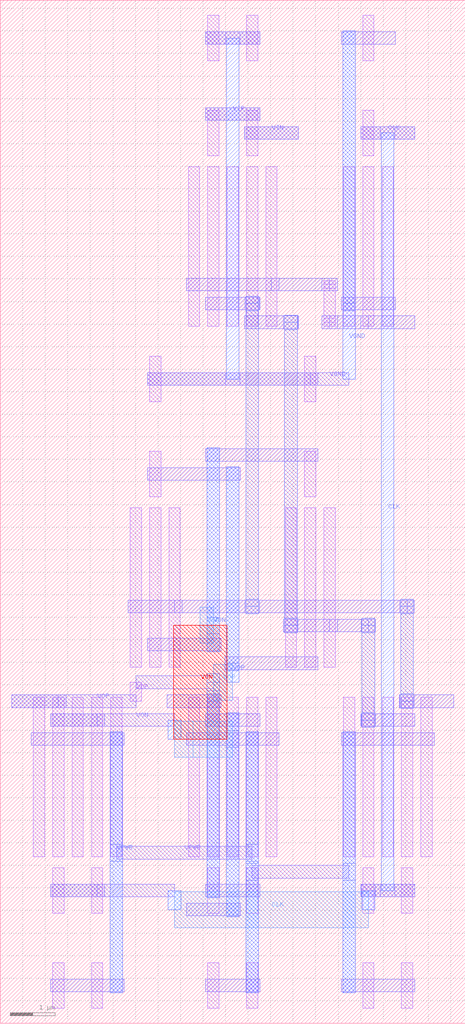
<source format=lef>
MACRO DCDC_COMP
  ORIGIN 0 0 ;
  FOREIGN DCDC_COMP 0 0 ;
  SIZE 10.32 BY 22.68 ;
  PIN VOP
    DIRECTION INOUT ;
    USE SIGNAL ;
    PORT
      LAYER M3 ;
        RECT 4.59 2.78 4.87 7.3 ;
      LAYER M2 ;
        RECT 0.26 7 1.46 7.28 ;
      LAYER M3 ;
        RECT 5.02 7.82 5.3 12.34 ;
      LAYER M3 ;
        RECT 4.59 7.14 4.87 7.56 ;
      LAYER M2 ;
        RECT 3.01 7.42 4.73 7.7 ;
      LAYER M1 ;
        RECT 2.885 7.14 3.135 7.56 ;
      LAYER M2 ;
        RECT 1.29 7 3.01 7.28 ;
      LAYER M3 ;
        RECT 4.59 7.375 4.87 7.745 ;
      LAYER M4 ;
        RECT 4.73 7.16 5.16 7.96 ;
      LAYER M3 ;
        RECT 5.02 7.56 5.3 7.98 ;
    END
  END VOP
  PIN VON
    DIRECTION INOUT ;
    USE SIGNAL ;
    PORT
      LAYER M3 ;
        RECT 5.02 2.36 5.3 6.88 ;
      LAYER M2 ;
        RECT 1.12 6.58 2.32 6.86 ;
      LAYER M3 ;
        RECT 4.59 8.24 4.87 12.76 ;
      LAYER M3 ;
        RECT 5.02 6.115 5.3 6.485 ;
      LAYER M4 ;
        RECT 3.87 5.9 5.16 6.7 ;
      LAYER M3 ;
        RECT 3.73 6.3 4.01 6.72 ;
      LAYER M2 ;
        RECT 2.15 6.58 3.87 6.86 ;
      LAYER M4 ;
        RECT 4.275 5.9 4.605 6.7 ;
      LAYER M5 ;
        RECT 3.85 6.3 5.03 8.82 ;
      LAYER M4 ;
        RECT 4.435 8.42 4.735 9.22 ;
      LAYER M3 ;
        RECT 4.59 8.635 4.87 9.005 ;
    END
  END VON
  PIN VPWR
    DIRECTION INOUT ;
    USE SIGNAL ;
    PORT
      LAYER M3 ;
        RECT 5.45 0.68 5.73 6.46 ;
      LAYER M3 ;
        RECT 7.6 0.68 7.88 6.46 ;
      LAYER M3 ;
        RECT 2.44 0.68 2.72 6.46 ;
      LAYER M3 ;
        RECT 5.45 3.175 5.73 3.545 ;
      LAYER M2 ;
        RECT 5.59 3.22 7.74 3.5 ;
      LAYER M3 ;
        RECT 7.6 3.175 7.88 3.545 ;
      LAYER M3 ;
        RECT 5.45 3.595 5.73 3.965 ;
      LAYER M2 ;
        RECT 2.58 3.64 5.59 3.92 ;
      LAYER M3 ;
        RECT 2.44 3.595 2.72 3.965 ;
    END
  END VPWR
  PIN CLK
    DIRECTION INOUT ;
    USE SIGNAL ;
    PORT
      LAYER M2 ;
        RECT 8 2.8 9.2 3.08 ;
      LAYER M2 ;
        RECT 1.12 2.8 2.32 3.08 ;
      LAYER M2 ;
        RECT 8 19.6 9.2 19.88 ;
      LAYER M2 ;
        RECT 8.01 2.8 8.33 3.08 ;
      LAYER M3 ;
        RECT 8.03 2.52 8.31 2.94 ;
      LAYER M4 ;
        RECT 3.87 2.12 8.17 2.92 ;
      LAYER M3 ;
        RECT 3.73 2.52 4.01 2.94 ;
      LAYER M2 ;
        RECT 2.15 2.8 3.87 3.08 ;
      LAYER M2 ;
        RECT 8.44 2.8 8.76 3.08 ;
      LAYER M3 ;
        RECT 8.46 2.94 8.74 19.74 ;
      LAYER M2 ;
        RECT 8.44 19.6 8.76 19.88 ;
    END
  END CLK
  PIN VGND
    DIRECTION INOUT ;
    USE SIGNAL ;
    PORT
      LAYER M2 ;
        RECT 3.27 14.14 7.05 14.42 ;
      LAYER M2 ;
        RECT 4.56 21.7 5.76 21.98 ;
      LAYER M3 ;
        RECT 7.6 15.8 7.88 22 ;
      LAYER M2 ;
        RECT 5 14.14 5.32 14.42 ;
      LAYER M3 ;
        RECT 5.02 14.28 5.3 21.84 ;
      LAYER M2 ;
        RECT 5 21.7 5.32 21.98 ;
      LAYER M2 ;
        RECT 6.88 14.14 7.74 14.42 ;
      LAYER M3 ;
        RECT 7.6 14.28 7.88 15.96 ;
    END
  END VGND
  PIN VIN
    DIRECTION INOUT ;
    USE SIGNAL ;
    PORT
      LAYER M2 ;
        RECT 5.42 19.6 6.62 19.88 ;
    END
  END VIN
  PIN VIP
    DIRECTION INOUT ;
    USE SIGNAL ;
    PORT
      LAYER M2 ;
        RECT 4.56 20.02 5.76 20.3 ;
    END
  END VIP
  OBS
  LAYER M2 ;
        RECT 8.86 7 10.06 7.28 ;
  LAYER M2 ;
        RECT 2.84 9.1 4.04 9.38 ;
  LAYER M2 ;
        RECT 4.56 15.82 5.76 16.1 ;
  LAYER M2 ;
        RECT 8.87 7 9.19 7.28 ;
  LAYER M3 ;
        RECT 8.89 7.14 9.17 9.24 ;
  LAYER M2 ;
        RECT 3.87 9.1 9.03 9.38 ;
  LAYER M2 ;
        RECT 5.43 9.1 5.75 9.38 ;
  LAYER M3 ;
        RECT 5.45 9.24 5.73 15.96 ;
  LAYER M2 ;
        RECT 5.43 15.82 5.75 16.1 ;
  LAYER M2 ;
        RECT 8.87 7 9.19 7.28 ;
  LAYER M3 ;
        RECT 8.89 6.98 9.17 7.3 ;
  LAYER M2 ;
        RECT 8.87 9.1 9.19 9.38 ;
  LAYER M3 ;
        RECT 8.89 9.08 9.17 9.4 ;
  LAYER M2 ;
        RECT 8.87 7 9.19 7.28 ;
  LAYER M3 ;
        RECT 8.89 6.98 9.17 7.3 ;
  LAYER M2 ;
        RECT 8.87 9.1 9.19 9.38 ;
  LAYER M3 ;
        RECT 8.89 9.08 9.17 9.4 ;
  LAYER M2 ;
        RECT 5.43 9.1 5.75 9.38 ;
  LAYER M3 ;
        RECT 5.45 9.08 5.73 9.4 ;
  LAYER M2 ;
        RECT 5.43 15.82 5.75 16.1 ;
  LAYER M3 ;
        RECT 5.45 15.8 5.73 16.12 ;
  LAYER M2 ;
        RECT 8.87 7 9.19 7.28 ;
  LAYER M3 ;
        RECT 8.89 6.98 9.17 7.3 ;
  LAYER M2 ;
        RECT 8.87 9.1 9.19 9.38 ;
  LAYER M3 ;
        RECT 8.89 9.08 9.17 9.4 ;
  LAYER M2 ;
        RECT 5.43 9.1 5.75 9.38 ;
  LAYER M3 ;
        RECT 5.45 9.08 5.73 9.4 ;
  LAYER M2 ;
        RECT 5.43 15.82 5.75 16.1 ;
  LAYER M3 ;
        RECT 5.45 15.8 5.73 16.12 ;
  LAYER M2 ;
        RECT 8.87 7 9.19 7.28 ;
  LAYER M3 ;
        RECT 8.89 6.98 9.17 7.3 ;
  LAYER M2 ;
        RECT 8.87 9.1 9.19 9.38 ;
  LAYER M3 ;
        RECT 8.89 9.08 9.17 9.4 ;
  LAYER M2 ;
        RECT 8 6.58 9.2 6.86 ;
  LAYER M2 ;
        RECT 6.28 8.68 7.48 8.96 ;
  LAYER M2 ;
        RECT 5.42 15.4 6.62 15.68 ;
  LAYER M2 ;
        RECT 8.01 6.58 8.33 6.86 ;
  LAYER M3 ;
        RECT 8.03 6.72 8.31 8.82 ;
  LAYER M2 ;
        RECT 7.31 8.68 8.17 8.96 ;
  LAYER M2 ;
        RECT 6.29 8.68 6.61 8.96 ;
  LAYER M3 ;
        RECT 6.31 8.82 6.59 15.54 ;
  LAYER M2 ;
        RECT 6.29 15.4 6.61 15.68 ;
  LAYER M2 ;
        RECT 8.01 6.58 8.33 6.86 ;
  LAYER M3 ;
        RECT 8.03 6.56 8.31 6.88 ;
  LAYER M2 ;
        RECT 8.01 8.68 8.33 8.96 ;
  LAYER M3 ;
        RECT 8.03 8.66 8.31 8.98 ;
  LAYER M2 ;
        RECT 8.01 6.58 8.33 6.86 ;
  LAYER M3 ;
        RECT 8.03 6.56 8.31 6.88 ;
  LAYER M2 ;
        RECT 8.01 8.68 8.33 8.96 ;
  LAYER M3 ;
        RECT 8.03 8.66 8.31 8.98 ;
  LAYER M2 ;
        RECT 6.29 8.68 6.61 8.96 ;
  LAYER M3 ;
        RECT 6.31 8.66 6.59 8.98 ;
  LAYER M2 ;
        RECT 6.29 15.4 6.61 15.68 ;
  LAYER M3 ;
        RECT 6.31 15.38 6.59 15.7 ;
  LAYER M2 ;
        RECT 8.01 6.58 8.33 6.86 ;
  LAYER M3 ;
        RECT 8.03 6.56 8.31 6.88 ;
  LAYER M2 ;
        RECT 8.01 8.68 8.33 8.96 ;
  LAYER M3 ;
        RECT 8.03 8.66 8.31 8.98 ;
  LAYER M2 ;
        RECT 6.29 8.68 6.61 8.96 ;
  LAYER M3 ;
        RECT 6.31 8.66 6.59 8.98 ;
  LAYER M2 ;
        RECT 6.29 15.4 6.61 15.68 ;
  LAYER M3 ;
        RECT 6.31 15.38 6.59 15.7 ;
  LAYER M2 ;
        RECT 8.01 6.58 8.33 6.86 ;
  LAYER M3 ;
        RECT 8.03 6.56 8.31 6.88 ;
  LAYER M2 ;
        RECT 8.01 8.68 8.33 8.96 ;
  LAYER M3 ;
        RECT 8.03 8.66 8.31 8.98 ;
  LAYER M2 ;
        RECT 4.13 16.24 6.19 16.52 ;
  LAYER M2 ;
        RECT 8 15.4 9.2 15.68 ;
  LAYER M2 ;
        RECT 6.02 16.24 7.31 16.52 ;
  LAYER M1 ;
        RECT 7.185 15.54 7.435 16.38 ;
  LAYER M2 ;
        RECT 7.31 15.4 8.17 15.68 ;
  LAYER M1 ;
        RECT 7.185 15.455 7.435 15.625 ;
  LAYER M2 ;
        RECT 7.14 15.4 7.48 15.68 ;
  LAYER M1 ;
        RECT 7.185 16.295 7.435 16.465 ;
  LAYER M2 ;
        RECT 7.14 16.24 7.48 16.52 ;
  LAYER M1 ;
        RECT 7.185 15.455 7.435 15.625 ;
  LAYER M2 ;
        RECT 7.14 15.4 7.48 15.68 ;
  LAYER M1 ;
        RECT 7.185 16.295 7.435 16.465 ;
  LAYER M2 ;
        RECT 7.14 16.24 7.48 16.52 ;
  LAYER M1 ;
        RECT 4.605 3.695 4.855 7.225 ;
  LAYER M1 ;
        RECT 4.605 2.435 4.855 3.445 ;
  LAYER M1 ;
        RECT 4.605 0.335 4.855 1.345 ;
  LAYER M1 ;
        RECT 4.175 3.695 4.425 7.225 ;
  LAYER M1 ;
        RECT 5.035 3.695 5.285 7.225 ;
  LAYER M1 ;
        RECT 5.465 3.695 5.715 7.225 ;
  LAYER M1 ;
        RECT 5.465 2.435 5.715 3.445 ;
  LAYER M1 ;
        RECT 5.465 0.335 5.715 1.345 ;
  LAYER M1 ;
        RECT 5.895 3.695 6.145 7.225 ;
  LAYER M2 ;
        RECT 3.7 7 4.9 7.28 ;
  LAYER M2 ;
        RECT 4.56 2.8 5.76 3.08 ;
  LAYER M2 ;
        RECT 4.56 6.58 5.76 6.86 ;
  LAYER M2 ;
        RECT 4.13 2.38 5.33 2.66 ;
  LAYER M2 ;
        RECT 4.56 0.7 5.76 0.98 ;
  LAYER M2 ;
        RECT 4.13 6.16 6.19 6.44 ;
  LAYER M3 ;
        RECT 4.59 2.78 4.87 7.3 ;
  LAYER M3 ;
        RECT 5.02 2.36 5.3 6.88 ;
  LAYER M3 ;
        RECT 5.45 0.68 5.73 6.46 ;
  LAYER M1 ;
        RECT 8.905 3.695 9.155 7.225 ;
  LAYER M1 ;
        RECT 8.905 2.435 9.155 3.445 ;
  LAYER M1 ;
        RECT 8.905 0.335 9.155 1.345 ;
  LAYER M1 ;
        RECT 9.335 3.695 9.585 7.225 ;
  LAYER M1 ;
        RECT 8.475 3.695 8.725 7.225 ;
  LAYER M1 ;
        RECT 8.045 3.695 8.295 7.225 ;
  LAYER M1 ;
        RECT 8.045 2.435 8.295 3.445 ;
  LAYER M1 ;
        RECT 8.045 0.335 8.295 1.345 ;
  LAYER M1 ;
        RECT 7.615 3.695 7.865 7.225 ;
  LAYER M2 ;
        RECT 7.57 0.7 9.2 0.98 ;
  LAYER M2 ;
        RECT 7.57 6.16 9.63 6.44 ;
  LAYER M2 ;
        RECT 8.86 7 10.06 7.28 ;
  LAYER M2 ;
        RECT 8 6.58 9.2 6.86 ;
  LAYER M2 ;
        RECT 8 2.8 9.2 3.08 ;
  LAYER M3 ;
        RECT 7.6 0.68 7.88 6.46 ;
  LAYER M1 ;
        RECT 1.165 3.695 1.415 7.225 ;
  LAYER M1 ;
        RECT 1.165 2.435 1.415 3.445 ;
  LAYER M1 ;
        RECT 1.165 0.335 1.415 1.345 ;
  LAYER M1 ;
        RECT 0.735 3.695 0.985 7.225 ;
  LAYER M1 ;
        RECT 1.595 3.695 1.845 7.225 ;
  LAYER M1 ;
        RECT 2.025 3.695 2.275 7.225 ;
  LAYER M1 ;
        RECT 2.025 2.435 2.275 3.445 ;
  LAYER M1 ;
        RECT 2.025 0.335 2.275 1.345 ;
  LAYER M1 ;
        RECT 2.455 3.695 2.705 7.225 ;
  LAYER M2 ;
        RECT 1.12 0.7 2.75 0.98 ;
  LAYER M2 ;
        RECT 0.69 6.16 2.75 6.44 ;
  LAYER M2 ;
        RECT 0.26 7 1.46 7.28 ;
  LAYER M2 ;
        RECT 1.12 6.58 2.32 6.86 ;
  LAYER M2 ;
        RECT 1.12 2.8 2.32 3.08 ;
  LAYER M3 ;
        RECT 2.44 0.68 2.72 6.46 ;
  LAYER M1 ;
        RECT 6.755 7.895 7.005 11.425 ;
  LAYER M1 ;
        RECT 6.755 11.675 7.005 12.685 ;
  LAYER M1 ;
        RECT 6.755 13.775 7.005 14.785 ;
  LAYER M1 ;
        RECT 7.185 7.895 7.435 11.425 ;
  LAYER M1 ;
        RECT 6.325 7.895 6.575 11.425 ;
  LAYER M1 ;
        RECT 3.315 7.895 3.565 11.425 ;
  LAYER M1 ;
        RECT 3.315 11.675 3.565 12.685 ;
  LAYER M1 ;
        RECT 3.315 13.775 3.565 14.785 ;
  LAYER M1 ;
        RECT 3.745 7.895 3.995 11.425 ;
  LAYER M1 ;
        RECT 2.885 7.895 3.135 11.425 ;
  LAYER M2 ;
        RECT 4.99 7.84 7.05 8.12 ;
  LAYER M2 ;
        RECT 3.27 12.04 5.33 12.32 ;
  LAYER M2 ;
        RECT 3.27 8.26 4.9 8.54 ;
  LAYER M2 ;
        RECT 4.56 12.46 7.05 12.74 ;
  LAYER M2 ;
        RECT 3.27 14.14 7.05 14.42 ;
  LAYER M3 ;
        RECT 5.02 7.82 5.3 12.34 ;
  LAYER M3 ;
        RECT 4.59 8.24 4.87 12.76 ;
  LAYER M2 ;
        RECT 6.28 8.68 7.48 8.96 ;
  LAYER M2 ;
        RECT 2.84 9.1 4.04 9.38 ;
  LAYER M1 ;
        RECT 5.465 15.455 5.715 18.985 ;
  LAYER M1 ;
        RECT 5.465 19.235 5.715 20.245 ;
  LAYER M1 ;
        RECT 5.465 21.335 5.715 22.345 ;
  LAYER M1 ;
        RECT 5.895 15.455 6.145 18.985 ;
  LAYER M1 ;
        RECT 5.035 15.455 5.285 18.985 ;
  LAYER M1 ;
        RECT 4.605 15.455 4.855 18.985 ;
  LAYER M1 ;
        RECT 4.605 19.235 4.855 20.245 ;
  LAYER M1 ;
        RECT 4.605 21.335 4.855 22.345 ;
  LAYER M1 ;
        RECT 4.175 15.455 4.425 18.985 ;
  LAYER M2 ;
        RECT 4.56 21.7 5.76 21.98 ;
  LAYER M2 ;
        RECT 5.42 15.4 6.62 15.68 ;
  LAYER M2 ;
        RECT 4.56 15.82 5.76 16.1 ;
  LAYER M2 ;
        RECT 5.42 19.6 6.62 19.88 ;
  LAYER M2 ;
        RECT 4.56 20.02 5.76 20.3 ;
  LAYER M2 ;
        RECT 4.13 16.24 6.19 16.52 ;
  LAYER M1 ;
        RECT 8.045 15.455 8.295 18.985 ;
  LAYER M1 ;
        RECT 8.045 19.235 8.295 20.245 ;
  LAYER M1 ;
        RECT 8.045 21.335 8.295 22.345 ;
  LAYER M1 ;
        RECT 8.475 15.455 8.725 18.985 ;
  LAYER M1 ;
        RECT 7.615 15.455 7.865 18.985 ;
  LAYER M2 ;
        RECT 7.57 21.7 8.77 21.98 ;
  LAYER M2 ;
        RECT 7.57 15.82 8.77 16.1 ;
  LAYER M2 ;
        RECT 8 15.4 9.2 15.68 ;
  LAYER M2 ;
        RECT 8 19.6 9.2 19.88 ;
  LAYER M3 ;
        RECT 7.6 15.8 7.88 22 ;
  END
END DCDC_COMP

</source>
